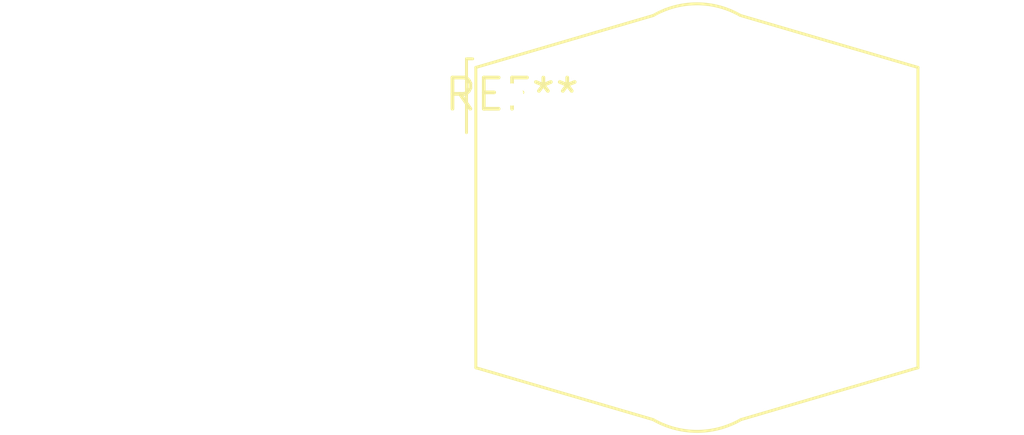
<source format=kicad_pcb>
(kicad_pcb (version 20240108) (generator pcbnew)
  (layers (0 "F.Cu" signal) (31 "B.Cu" signal) (34 "B.Paste" user) (35 "F.Paste" user) (36 "B.SilkS" user "B.Silkscreen") (37 "F.SilkS" user "F.Silkscreen") (38 "B.Mask" user) (39 "F.Mask" user) (44 "Edge.Cuts" user))
  (net 0 "")
  (footprint "Choke_Schaffner_RN112-04-17.7x17.1mm" (layer "F.Cu") (at 0 0)
    (property "Reference" "REF**")
    (property "Value" "Choke_Schaffner_RN112-04-17.7x17.1mm")
    (fp_line (start -1.85 -1.45) (end -1.85 1.55) (layer "F.SilkS") (stroke (width 0.12)))
    (fp_line (start -1.85 -1.45) (end -1.6 -1.45) (layer "F.SilkS") (stroke (width 0.12)))
    (fp_line (start -1.47 -1.1) (end 5.73 -3.21) (layer "F.SilkS") (stroke (width 0.12)))
    (fp_line (start -1.47 11.1) (end -1.47 -1.1) (layer "F.SilkS") (stroke (width 0.12)))
    (fp_line (start 5.73 13.21) (end -1.47 11.1) (layer "F.SilkS") (stroke (width 0.12)))
    (fp_line (start 9.27 -3.21) (end 16.47 -1.1) (layer "F.SilkS") (stroke (width 0.12)))
    (fp_line (start 16.47 -1.1) (end 16.47 11.1) (layer "F.SilkS") (stroke (width 0.12)))
    (fp_line (start 16.47 11.1) (end 9.28 13.21) (layer "F.SilkS") (stroke (width 0.12)))
    (fp_arc (start 5.73 -3.21) (mid 7.5 -3.68427) (end 9.27 -3.21) (layer "F.SilkS") (stroke (width 0.12)))
    (fp_arc (start 9.28 13.21) (mid 7.505 13.68561) (end 5.73 13.21) (layer "F.SilkS") (stroke (width 0.12)))
    (pad "1" thru_hole rect (at 0 0) (size 2 2) (drill 0.9) (layers *.Cu *.Mask) (remove_unused_layers))
    (pad "2" thru_hole circle (at 15 0) (size 2 2) (drill 0.9) (layers *.Cu *.Mask) (remove_unused_layers))
    (pad "3" thru_hole circle (at 0 10) (size 2 2) (drill 0.9) (layers *.Cu *.Mask) (remove_unused_layers))
    (pad "4" thru_hole circle (at 15 10) (size 2 2) (drill 0.9) (layers *.Cu *.Mask) (remove_unused_layers))
  )
)
</source>
